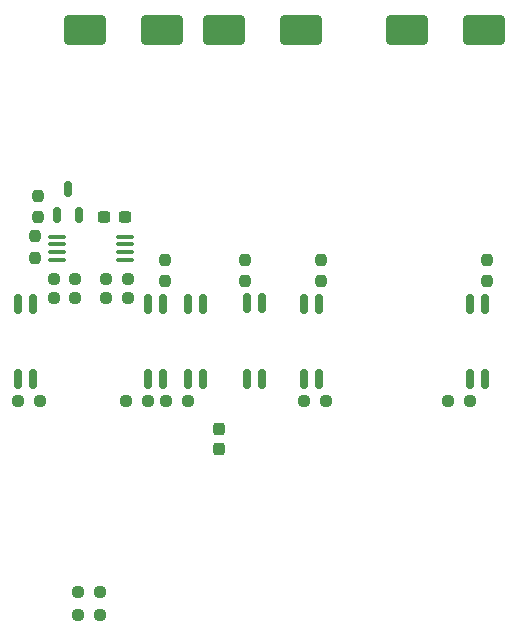
<source format=gtp>
G04 #@! TF.GenerationSoftware,KiCad,Pcbnew,7.0.0*
G04 #@! TF.CreationDate,2023-03-01T21:53:21-08:00*
G04 #@! TF.ProjectId,KYBERNETES-CHASSIS-SHIELD,4b594245-524e-4455-9445-532d43484153,rev?*
G04 #@! TF.SameCoordinates,Original*
G04 #@! TF.FileFunction,Paste,Top*
G04 #@! TF.FilePolarity,Positive*
%FSLAX46Y46*%
G04 Gerber Fmt 4.6, Leading zero omitted, Abs format (unit mm)*
G04 Created by KiCad (PCBNEW 7.0.0) date 2023-03-01 21:53:21*
%MOMM*%
%LPD*%
G01*
G04 APERTURE LIST*
G04 Aperture macros list*
%AMRoundRect*
0 Rectangle with rounded corners*
0 $1 Rounding radius*
0 $2 $3 $4 $5 $6 $7 $8 $9 X,Y pos of 4 corners*
0 Add a 4 corners polygon primitive as box body*
4,1,4,$2,$3,$4,$5,$6,$7,$8,$9,$2,$3,0*
0 Add four circle primitives for the rounded corners*
1,1,$1+$1,$2,$3*
1,1,$1+$1,$4,$5*
1,1,$1+$1,$6,$7*
1,1,$1+$1,$8,$9*
0 Add four rect primitives between the rounded corners*
20,1,$1+$1,$2,$3,$4,$5,0*
20,1,$1+$1,$4,$5,$6,$7,0*
20,1,$1+$1,$6,$7,$8,$9,0*
20,1,$1+$1,$8,$9,$2,$3,0*%
G04 Aperture macros list end*
%ADD10RoundRect,0.150000X0.150000X-0.662500X0.150000X0.662500X-0.150000X0.662500X-0.150000X-0.662500X0*%
%ADD11RoundRect,0.237500X0.250000X0.237500X-0.250000X0.237500X-0.250000X-0.237500X0.250000X-0.237500X0*%
%ADD12RoundRect,0.237500X-0.250000X-0.237500X0.250000X-0.237500X0.250000X0.237500X-0.250000X0.237500X0*%
%ADD13RoundRect,0.237500X-0.237500X0.250000X-0.237500X-0.250000X0.237500X-0.250000X0.237500X0.250000X0*%
%ADD14RoundRect,0.237500X0.237500X-0.250000X0.237500X0.250000X-0.237500X0.250000X-0.237500X-0.250000X0*%
%ADD15RoundRect,0.250000X1.500000X1.000000X-1.500000X1.000000X-1.500000X-1.000000X1.500000X-1.000000X0*%
%ADD16RoundRect,0.237500X-0.237500X0.300000X-0.237500X-0.300000X0.237500X-0.300000X0.237500X0.300000X0*%
%ADD17RoundRect,0.150000X-0.150000X0.662500X-0.150000X-0.662500X0.150000X-0.662500X0.150000X0.662500X0*%
%ADD18RoundRect,0.237500X0.300000X0.237500X-0.300000X0.237500X-0.300000X-0.237500X0.300000X-0.237500X0*%
%ADD19RoundRect,0.250000X-1.500000X-1.000000X1.500000X-1.000000X1.500000X1.000000X-1.500000X1.000000X0*%
%ADD20RoundRect,0.150000X0.150000X-0.512500X0.150000X0.512500X-0.150000X0.512500X-0.150000X-0.512500X0*%
%ADD21RoundRect,0.100000X-0.637500X-0.100000X0.637500X-0.100000X0.637500X0.100000X-0.637500X0.100000X0*%
G04 APERTURE END LIST*
D10*
X146205000Y-100812500D03*
X147475000Y-100812500D03*
X147475000Y-94437500D03*
X146205000Y-94437500D03*
D11*
X157900000Y-102675000D03*
X156075000Y-102675000D03*
D12*
X168250000Y-102675000D03*
X170075000Y-102675000D03*
D13*
X133550000Y-85325000D03*
X133550000Y-87150000D03*
D11*
X141125000Y-92375000D03*
X139300000Y-92375000D03*
D12*
X144400000Y-102675000D03*
X146225000Y-102675000D03*
D11*
X138775000Y-118850000D03*
X136950000Y-118850000D03*
D14*
X133300000Y-90565000D03*
X133300000Y-88740000D03*
D15*
X171270000Y-71240000D03*
X164770000Y-71240000D03*
D16*
X148850000Y-105060000D03*
X148850000Y-106785000D03*
D11*
X136700000Y-93925000D03*
X134875000Y-93925000D03*
D17*
X152475000Y-94412500D03*
X151205000Y-94412500D03*
X151205000Y-100787500D03*
X152475000Y-100787500D03*
D10*
X131855000Y-100812500D03*
X133125000Y-100812500D03*
X133125000Y-94437500D03*
X131855000Y-94437500D03*
D18*
X140875000Y-87150000D03*
X139150000Y-87150000D03*
D19*
X149280000Y-71280000D03*
X155780000Y-71280000D03*
D11*
X138775000Y-120825000D03*
X136950000Y-120825000D03*
D12*
X139300000Y-93950000D03*
X141125000Y-93950000D03*
D10*
X156080000Y-100812500D03*
X157350000Y-100812500D03*
X157350000Y-94437500D03*
X156080000Y-94437500D03*
D14*
X144325000Y-92562500D03*
X144325000Y-90737500D03*
D20*
X135150000Y-86975000D03*
X137050000Y-86975000D03*
X136100000Y-84700000D03*
D15*
X144050000Y-71290000D03*
X137550000Y-71290000D03*
D21*
X135137500Y-88775000D03*
X135137500Y-89425000D03*
X135137500Y-90075000D03*
X135137500Y-90725000D03*
X140862500Y-90725000D03*
X140862500Y-90075000D03*
X140862500Y-89425000D03*
X140862500Y-88775000D03*
D11*
X133675000Y-102650000D03*
X131850000Y-102650000D03*
D14*
X171525000Y-92562500D03*
X171525000Y-90737500D03*
D12*
X141025000Y-102675000D03*
X142850000Y-102675000D03*
X134875000Y-92350000D03*
X136700000Y-92350000D03*
D10*
X142880000Y-100812500D03*
X144150000Y-100812500D03*
X144150000Y-94437500D03*
X142880000Y-94437500D03*
X170080000Y-100812500D03*
X171350000Y-100812500D03*
X171350000Y-94437500D03*
X170080000Y-94437500D03*
D13*
X151025000Y-90725000D03*
X151025000Y-92550000D03*
D14*
X157530000Y-92562500D03*
X157530000Y-90737500D03*
M02*

</source>
